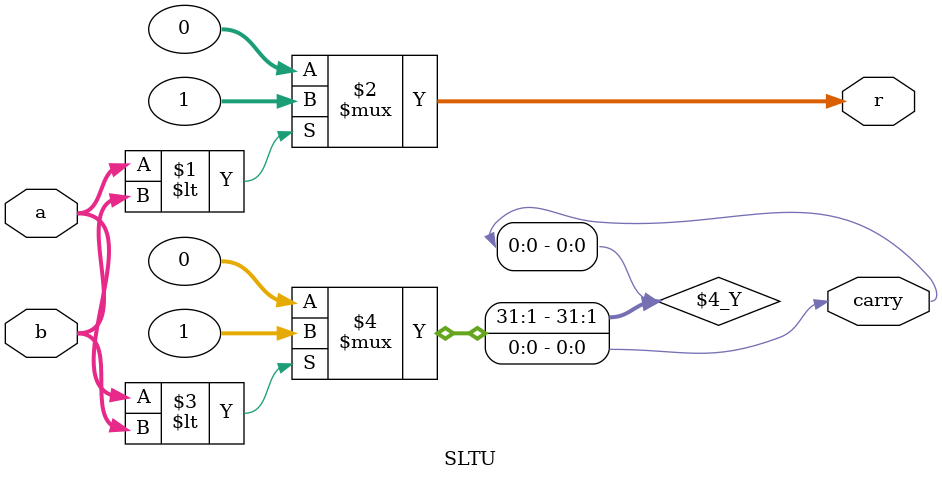
<source format=v>
`timescale 1ns / 1ns
module SLTU(
    input [31:0] a,
    input [31:0] b,
    output [31:0] r,
    output carry
    );
    assign r=(a<b)? 1:0;
    assign carry=(a<b)? 1:0;
endmodule
</source>
